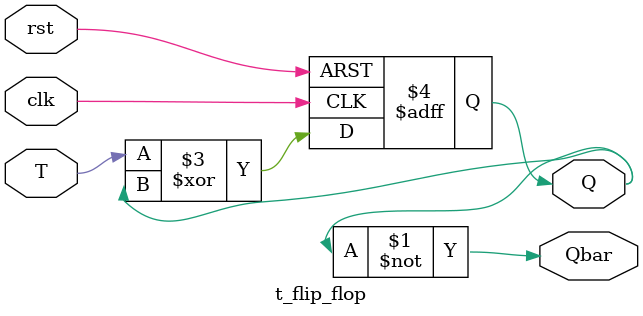
<source format=v>
`timescale 1ns / 1ps


module t_flip_flop(
    input clk, T, rst,
    output reg Q,
    output Qbar
    );
    
    assign Qbar = ~Q;
    always @(posedge clk or posedge rst) begin
        if (rst) begin
            Q <= 0;
        end
        else begin
            Q <= T^Q;
        end
    end
endmodule

</source>
